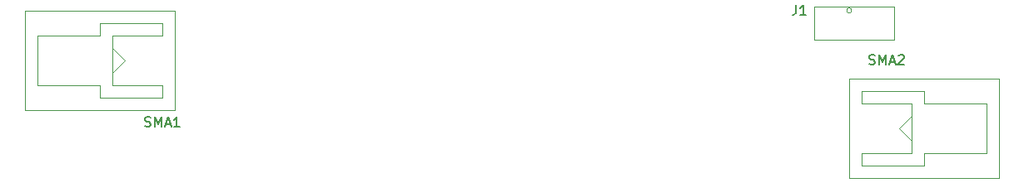
<source format=gbr>
G04 #@! TF.GenerationSoftware,KiCad,Pcbnew,5.1.2-f72e74a~84~ubuntu18.04.1*
G04 #@! TF.CreationDate,2019-12-04T16:39:43+01:00*
G04 #@! TF.ProjectId,FR4_proto3,4652345f-7072-46f7-946f-332e6b696361,rev?*
G04 #@! TF.SameCoordinates,Original*
G04 #@! TF.FileFunction,Legend,Top*
G04 #@! TF.FilePolarity,Positive*
%FSLAX46Y46*%
G04 Gerber Fmt 4.6, Leading zero omitted, Abs format (unit mm)*
G04 Created by KiCad (PCBNEW 5.1.2-f72e74a~84~ubuntu18.04.1) date 2019-12-04 16:39:43*
%MOMM*%
%LPD*%
G04 APERTURE LIST*
%ADD10C,0.120000*%
%ADD11C,0.150000*%
G04 APERTURE END LIST*
D10*
X173990000Y-111110000D02*
X172720000Y-109840000D01*
X173990000Y-108570000D02*
X172720000Y-109840000D01*
X167640000Y-114920000D02*
X182880000Y-114920000D01*
X182880000Y-104760000D02*
X167640000Y-104760000D01*
X168910000Y-112380000D02*
X168910000Y-113650000D01*
X173990000Y-112380000D02*
X168910000Y-112380000D01*
X173990000Y-107300000D02*
X173990000Y-112380000D01*
X168910000Y-107300000D02*
X173990000Y-107300000D01*
X168910000Y-106030000D02*
X168910000Y-107300000D01*
X181610000Y-107300000D02*
X181610000Y-112380000D01*
X175260000Y-107300000D02*
X181610000Y-107300000D01*
X175260000Y-106030000D02*
X175260000Y-107300000D01*
X175260000Y-112380000D02*
X181610000Y-112380000D01*
X175260000Y-113650000D02*
X175260000Y-112380000D01*
X182880000Y-114920000D02*
X182880000Y-104760000D01*
X167640000Y-104760000D02*
X167640000Y-114920000D01*
X175260000Y-113650000D02*
X168910000Y-113650000D01*
X168910000Y-106030000D02*
X175260000Y-106030000D01*
X92710000Y-101600000D02*
X93980000Y-102870000D01*
X92710000Y-104140000D02*
X93980000Y-102870000D01*
X99060000Y-97790000D02*
X83820000Y-97790000D01*
X83820000Y-107950000D02*
X99060000Y-107950000D01*
X97790000Y-100330000D02*
X97790000Y-99060000D01*
X92710000Y-100330000D02*
X97790000Y-100330000D01*
X92710000Y-105410000D02*
X92710000Y-100330000D01*
X97790000Y-105410000D02*
X92710000Y-105410000D01*
X97790000Y-106680000D02*
X97790000Y-105410000D01*
X85090000Y-105410000D02*
X85090000Y-100330000D01*
X91440000Y-105410000D02*
X85090000Y-105410000D01*
X91440000Y-106680000D02*
X91440000Y-105410000D01*
X91440000Y-100330000D02*
X85090000Y-100330000D01*
X91440000Y-99060000D02*
X91440000Y-100330000D01*
X83820000Y-97790000D02*
X83820000Y-107950000D01*
X99060000Y-107950000D02*
X99060000Y-97790000D01*
X91440000Y-99060000D02*
X97790000Y-99060000D01*
X97790000Y-106680000D02*
X91440000Y-106680000D01*
X167890000Y-97790000D02*
G75*
G03X167890000Y-97790000I-250000J0D01*
G01*
X164070000Y-97360000D02*
X172170000Y-97360000D01*
X172170000Y-100760000D02*
X164070000Y-100760000D01*
X164070000Y-97360000D02*
X164070000Y-100760000D01*
X172170000Y-97360000D02*
X172170000Y-100760000D01*
D11*
X169688095Y-103274761D02*
X169830952Y-103322380D01*
X170069047Y-103322380D01*
X170164285Y-103274761D01*
X170211904Y-103227142D01*
X170259523Y-103131904D01*
X170259523Y-103036666D01*
X170211904Y-102941428D01*
X170164285Y-102893809D01*
X170069047Y-102846190D01*
X169878571Y-102798571D01*
X169783333Y-102750952D01*
X169735714Y-102703333D01*
X169688095Y-102608095D01*
X169688095Y-102512857D01*
X169735714Y-102417619D01*
X169783333Y-102370000D01*
X169878571Y-102322380D01*
X170116666Y-102322380D01*
X170259523Y-102370000D01*
X170688095Y-103322380D02*
X170688095Y-102322380D01*
X171021428Y-103036666D01*
X171354761Y-102322380D01*
X171354761Y-103322380D01*
X171783333Y-103036666D02*
X172259523Y-103036666D01*
X171688095Y-103322380D02*
X172021428Y-102322380D01*
X172354761Y-103322380D01*
X172640476Y-102417619D02*
X172688095Y-102370000D01*
X172783333Y-102322380D01*
X173021428Y-102322380D01*
X173116666Y-102370000D01*
X173164285Y-102417619D01*
X173211904Y-102512857D01*
X173211904Y-102608095D01*
X173164285Y-102750952D01*
X172592857Y-103322380D01*
X173211904Y-103322380D01*
X96028095Y-109624761D02*
X96170952Y-109672380D01*
X96409047Y-109672380D01*
X96504285Y-109624761D01*
X96551904Y-109577142D01*
X96599523Y-109481904D01*
X96599523Y-109386666D01*
X96551904Y-109291428D01*
X96504285Y-109243809D01*
X96409047Y-109196190D01*
X96218571Y-109148571D01*
X96123333Y-109100952D01*
X96075714Y-109053333D01*
X96028095Y-108958095D01*
X96028095Y-108862857D01*
X96075714Y-108767619D01*
X96123333Y-108720000D01*
X96218571Y-108672380D01*
X96456666Y-108672380D01*
X96599523Y-108720000D01*
X97028095Y-109672380D02*
X97028095Y-108672380D01*
X97361428Y-109386666D01*
X97694761Y-108672380D01*
X97694761Y-109672380D01*
X98123333Y-109386666D02*
X98599523Y-109386666D01*
X98028095Y-109672380D02*
X98361428Y-108672380D01*
X98694761Y-109672380D01*
X99551904Y-109672380D02*
X98980476Y-109672380D01*
X99266190Y-109672380D02*
X99266190Y-108672380D01*
X99170952Y-108815238D01*
X99075714Y-108910476D01*
X98980476Y-108958095D01*
X162226666Y-97242380D02*
X162226666Y-97956666D01*
X162179047Y-98099523D01*
X162083809Y-98194761D01*
X161940952Y-98242380D01*
X161845714Y-98242380D01*
X163226666Y-98242380D02*
X162655238Y-98242380D01*
X162940952Y-98242380D02*
X162940952Y-97242380D01*
X162845714Y-97385238D01*
X162750476Y-97480476D01*
X162655238Y-97528095D01*
M02*

</source>
